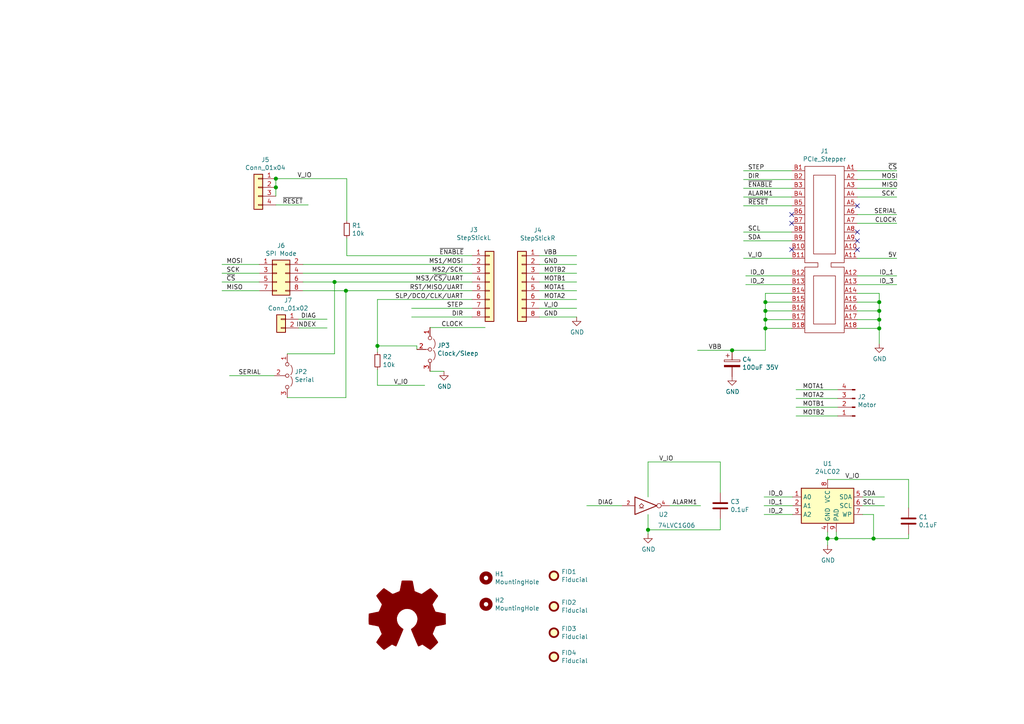
<source format=kicad_sch>
(kicad_sch (version 20201015) (generator eeschema)
  (paper "A4")
  (lib_symbols
    (symbol "24lc02:24LC02"
      (property "Reference" "U" (at -6.35 6.35 0))
      (property "Value" "24LC02" (at 1.27 6.35 0))
      (symbol "24LC02_1_1"
        (rectangle (start -7.62 5.08) (end 7.62 -5.08) (stroke (width 0.254)) (fill (type background)))
        (pin input line (at -10.16 2.54 0) (length 2.54) (name "A0") (number "1"))
        (pin input line (at -10.16 0 0) (length 2.54) (name "A1") (number "2"))
        (pin input line (at -10.16 -2.54 0) (length 2.54) (name "A2") (number "3"))
        (pin power_in line (at 0 -7.62 90) (length 2.54) (name "GND") (number "4"))
        (pin bidirectional line (at 10.16 2.54 180) (length 2.54) (name "SDA") (number "5"))
        (pin input line (at 10.16 0 180) (length 2.54) (name "SCL") (number "6"))
        (pin input line (at 10.16 -2.54 180) (length 2.54) (name "WP") (number "7"))
        (pin power_in line (at 0 7.62 270) (length 2.54) (name "VCC") (number "8"))
        (pin power_in line (at 2.54 -7.62 90) (length 2.54) (name "PAD") (number "9"))
      )
    )
    (symbol "Connector:Conn_01x04_Male" (pin_names hide)
      (property "Reference" "J" (at 0 5.08 0))
      (property "Value" "Conn_01x04_Male" (at 0 -7.62 0))
      (symbol "Conn_01x04_Male_1_1"
        (rectangle (start 0.8636 -4.953) (end 0 -5.207) (fill (type outline)))
        (rectangle (start 0.8636 -2.413) (end 0 -2.667) (fill (type outline)))
        (rectangle (start 0.8636 0.127) (end 0 -0.127) (fill (type outline)))
        (rectangle (start 0.8636 2.667) (end 0 2.413) (fill (type outline)))
        (polyline (pts (xy 1.27 -5.08) (xy 0.8636 -5.08)))
        (polyline (pts (xy 1.27 -2.54) (xy 0.8636 -2.54)))
        (polyline (pts (xy 1.27 0) (xy 0.8636 0)))
        (polyline (pts (xy 1.27 2.54) (xy 0.8636 2.54)))
        (pin passive line (at 5.08 2.54 180) (length 3.81) (name "Pin_1") (number "1"))
        (pin passive line (at 5.08 0 180) (length 3.81) (name "Pin_2") (number "2"))
        (pin passive line (at 5.08 -2.54 180) (length 3.81) (name "Pin_3") (number "3"))
        (pin passive line (at 5.08 -5.08 180) (length 3.81) (name "Pin_4") (number "4"))
      )
    )
    (symbol "Connector_Generic:Conn_01x02" (pin_names (offset 1.016) hide)
      (property "Reference" "J" (at 0 2.54 0))
      (property "Value" "Conn_01x02" (at 0 -5.08 0))
      (symbol "Conn_01x02_1_1"
        (rectangle (start -1.27 -2.413) (end 0 -2.667) (stroke (width 0.1524)))
        (rectangle (start -1.27 0.127) (end 0 -0.127) (stroke (width 0.1524)))
        (rectangle (start -1.27 1.27) (end 1.27 -3.81) (stroke (width 0.254)) (fill (type background)))
        (pin passive line (at -5.08 0 0) (length 3.81) (name "Pin_1") (number "1"))
        (pin passive line (at -5.08 -2.54 0) (length 3.81) (name "Pin_2") (number "2"))
      )
    )
    (symbol "Connector_Generic:Conn_01x04" (pin_names (offset 1.016) hide)
      (property "Reference" "J" (at 0 5.08 0))
      (property "Value" "Conn_01x04" (at 0 -7.62 0))
      (symbol "Conn_01x04_1_1"
        (rectangle (start -1.27 -4.953) (end 0 -5.207) (stroke (width 0.1524)))
        (rectangle (start -1.27 -2.413) (end 0 -2.667) (stroke (width 0.1524)))
        (rectangle (start -1.27 2.667) (end 0 2.413) (stroke (width 0.1524)))
        (rectangle (start -1.27 3.81) (end 1.27 -6.35) (stroke (width 0.254)) (fill (type background)))
        (rectangle (start -1.27 0.127) (end 0 -0.127) (stroke (width 0.1524)))
        (pin passive line (at -5.08 2.54 0) (length 3.81) (name "Pin_1") (number "1"))
        (pin passive line (at -5.08 0 0) (length 3.81) (name "Pin_2") (number "2"))
        (pin passive line (at -5.08 -2.54 0) (length 3.81) (name "Pin_3") (number "3"))
        (pin passive line (at -5.08 -5.08 0) (length 3.81) (name "Pin_4") (number "4"))
      )
    )
    (symbol "Connector_Generic:Conn_01x08" (pin_names (offset 1.016) hide)
      (property "Reference" "J" (at 0 10.16 0))
      (property "Value" "Conn_01x08" (at 0 -12.7 0))
      (symbol "Conn_01x08_1_1"
        (rectangle (start -1.27 -4.953) (end 0 -5.207) (stroke (width 0.1524)))
        (rectangle (start -1.27 -7.493) (end 0 -7.747) (stroke (width 0.1524)))
        (rectangle (start -1.27 -10.033) (end 0 -10.287) (stroke (width 0.1524)))
        (rectangle (start -1.27 -2.413) (end 0 -2.667) (stroke (width 0.1524)))
        (rectangle (start -1.27 2.667) (end 0 2.413) (stroke (width 0.1524)))
        (rectangle (start -1.27 5.207) (end 0 4.953) (stroke (width 0.1524)))
        (rectangle (start -1.27 7.747) (end 0 7.493) (stroke (width 0.1524)))
        (rectangle (start -1.27 8.89) (end 1.27 -11.43) (stroke (width 0.254)) (fill (type background)))
        (rectangle (start -1.27 0.127) (end 0 -0.127) (stroke (width 0.1524)))
        (pin passive line (at -5.08 7.62 0) (length 3.81) (name "Pin_1") (number "1"))
        (pin passive line (at -5.08 5.08 0) (length 3.81) (name "Pin_2") (number "2"))
        (pin passive line (at -5.08 2.54 0) (length 3.81) (name "Pin_3") (number "3"))
        (pin passive line (at -5.08 0 0) (length 3.81) (name "Pin_4") (number "4"))
        (pin passive line (at -5.08 -2.54 0) (length 3.81) (name "Pin_5") (number "5"))
        (pin passive line (at -5.08 -5.08 0) (length 3.81) (name "Pin_6") (number "6"))
        (pin passive line (at -5.08 -7.62 0) (length 3.81) (name "Pin_7") (number "7"))
        (pin passive line (at -5.08 -10.16 0) (length 3.81) (name "Pin_8") (number "8"))
      )
    )
    (symbol "Connector_Generic:Conn_02x04_Odd_Even" (pin_names (offset 1.016) hide)
      (property "Reference" "J" (at 1.27 5.08 0))
      (property "Value" "Conn_02x04_Odd_Even" (at 1.27 -7.62 0))
      (symbol "Conn_02x04_Odd_Even_1_1"
        (rectangle (start -1.27 -4.953) (end 0 -5.207) (stroke (width 0.1524)))
        (rectangle (start -1.27 -2.413) (end 0 -2.667) (stroke (width 0.1524)))
        (rectangle (start -1.27 2.667) (end 0 2.413) (stroke (width 0.1524)))
        (rectangle (start -1.27 3.81) (end 3.81 -6.35) (stroke (width 0.254)) (fill (type background)))
        (rectangle (start -1.27 0.127) (end 0 -0.127) (stroke (width 0.1524)))
        (rectangle (start 3.81 -4.953) (end 2.54 -5.207) (stroke (width 0.1524)))
        (rectangle (start 3.81 -2.413) (end 2.54 -2.667) (stroke (width 0.1524)))
        (rectangle (start 3.81 2.667) (end 2.54 2.413) (stroke (width 0.1524)))
        (rectangle (start 3.81 0.127) (end 2.54 -0.127) (stroke (width 0.1524)))
        (pin passive line (at -5.08 2.54 0) (length 3.81) (name "Pin_1") (number "1"))
        (pin passive line (at 7.62 2.54 180) (length 3.81) (name "Pin_2") (number "2"))
        (pin passive line (at -5.08 0 0) (length 3.81) (name "Pin_3") (number "3"))
        (pin passive line (at 7.62 0 180) (length 3.81) (name "Pin_4") (number "4"))
        (pin passive line (at -5.08 -2.54 0) (length 3.81) (name "Pin_5") (number "5"))
        (pin passive line (at 7.62 -2.54 180) (length 3.81) (name "Pin_6") (number "6"))
        (pin passive line (at -5.08 -5.08 0) (length 3.81) (name "Pin_7") (number "7"))
        (pin passive line (at 7.62 -5.08 180) (length 3.81) (name "Pin_8") (number "8"))
      )
    )
    (symbol "Device:C" (pin_numbers hide) (pin_names (offset 0.254))
      (property "Reference" "C" (at 0.635 2.54 0))
      (property "Value" "C" (at 0.635 -2.54 0))
      (symbol "C_0_1"
        (polyline (pts (xy -2.032 -0.762) (xy 2.032 -0.762)) (stroke (width 0.508)))
        (polyline (pts (xy -2.032 0.762) (xy 2.032 0.762)) (stroke (width 0.508)))
      )
      (symbol "C_1_1"
        (pin passive line (at 0 3.81 270) (length 2.794) (name "~") (number "1"))
        (pin passive line (at 0 -3.81 90) (length 2.794) (name "~") (number "2"))
      )
    )
    (symbol "Device:CP" (pin_numbers hide) (pin_names (offset 0.254))
      (property "Reference" "C" (at 0.635 2.54 0))
      (property "Value" "CP" (at 0.635 -2.54 0))
      (symbol "CP_0_1"
        (rectangle (start -2.286 0.508) (end 2.286 1.016))
        (rectangle (start 2.286 -0.508) (end -2.286 -1.016) (fill (type outline)))
        (polyline (pts (xy -1.778 2.286) (xy -0.762 2.286)))
        (polyline (pts (xy -1.27 2.794) (xy -1.27 1.778)))
      )
      (symbol "CP_1_1"
        (pin passive line (at 0 3.81 270) (length 2.794) (name "~") (number "1"))
        (pin passive line (at 0 -3.81 90) (length 2.794) (name "~") (number "2"))
      )
    )
    (symbol "Device:R_Small" (pin_numbers hide) (pin_names (offset 0.254) hide)
      (property "Reference" "R" (at 0.762 0.508 0))
      (property "Value" "R_Small" (at 0.762 -1.016 0))
      (symbol "R_Small_0_1"
        (rectangle (start -0.762 1.778) (end 0.762 -1.778) (stroke (width 0.2032)))
      )
      (symbol "R_Small_1_1"
        (pin passive line (at 0 2.54 270) (length 0.762) (name "~") (number "1"))
        (pin passive line (at 0 -2.54 90) (length 0.762) (name "~") (number "2"))
      )
    )
    (symbol "Graphic:Logo_Open_Hardware_Large"
      (symbol "Logo_Open_Hardware_Large_1_1"
        (polyline (pts (xy 6.731 -8.7122) (xy 6.6294 -8.6614) (xy 6.35 -8.4836) (xy 5.9944 -8.255) (xy 5.5372 -7.9502) (xy 5.1054 -7.6454) (xy 4.7498 -7.4168) (xy 4.4958 -7.239) (xy 4.3942 -7.1882) (xy 4.318 -7.2136) (xy 4.1148 -7.3152) (xy 3.81 -7.4676) (xy 3.6322 -7.5692) (xy 3.3528 -7.6708) (xy 3.2258 -7.6962) (xy 3.2004 -7.6708) (xy 3.0988 -7.4676) (xy 2.9464 -7.0866) (xy 2.7178 -6.604) (xy 2.4892 -6.0452) (xy 2.2352 -5.4356) (xy 1.9558 -4.826) (xy 1.7272 -4.2164) (xy 1.4986 -3.683) (xy 1.3208 -3.2512) (xy 1.2192 -2.9464) (xy 1.1684 -2.8194) (xy 1.1938 -2.794) (xy 1.3208 -2.667) (xy 1.5748 -2.4892) (xy 2.0828 -2.0574) (xy 2.6162 -1.397) (xy 2.921 -0.6604) (xy 3.048 0.1524) (xy 2.9464 0.9144) (xy 2.6416 1.6256) (xy 2.1336 2.286) (xy 1.524 2.7686) (xy 0.8128 3.0734) (xy 0 3.175) (xy -0.762 3.0988) (xy -1.4986 2.794) (xy -2.159 2.286) (xy -2.4384 1.9812) (xy -2.8194 1.3208) (xy -3.048 0.6096) (xy -3.0734 0.4318) (xy -3.0226 -0.3556) (xy -2.794 -1.0922) (xy -2.3876 -1.7526) (xy -1.8288 -2.3114) (xy -1.7526 -2.3622) (xy -1.4732 -2.5654) (xy -1.2954 -2.6924) (xy -1.1684 -2.8194) (xy -2.159 -5.207) (xy -2.3114 -5.588) (xy -2.5908 -6.2484) (xy -2.8194 -6.8072) (xy -3.0226 -7.2644) (xy -3.1496 -7.5692) (xy -3.2258 -7.6708) (xy -3.2258 -7.6962) (xy -3.302 -7.6962) (xy -3.4798 -7.6454) (xy -3.8354 -7.4676) (xy -4.0386 -7.366) (xy -4.2926 -7.239) (xy -4.4196 -7.1882) (xy -4.5212 -7.239) (xy -4.7498 -7.3914) (xy -5.1054 -7.6454) (xy -5.5372 -7.9248) (xy -5.9436 -8.2042) (xy -6.3246 -8.4582) (xy -6.604 -8.636) (xy -6.731 -8.7122) (xy -6.7564 -8.7122) (xy -6.858 -8.636) (xy -7.0866 -8.4582) (xy -7.4168 -8.1534) (xy -7.874 -7.6962) (xy -7.9502 -7.62) (xy -8.3312 -7.239) (xy -8.636 -6.9088) (xy -8.8392 -6.6802) (xy -8.9154 -6.5786) (xy -8.9154 -6.5786) (xy -8.8392 -6.4516) (xy -8.6614 -6.1722) (xy -8.4328 -5.7912) (xy -8.128 -5.3594) (xy -7.3152 -4.191) (xy -7.7724 -3.0988) (xy -7.8994 -2.7686) (xy -8.0772 -2.3622) (xy -8.2042 -2.0828) (xy -8.255 -1.9558) (xy -8.382 -1.905) (xy -8.6614 -1.8542) (xy -9.0932 -1.7526) (xy -9.6266 -1.651) (xy -10.1092 -1.5748) (xy -10.541 -1.4732) (xy -10.8712 -1.4224) (xy -11.0236 -1.397) (xy -11.049 -1.3716) (xy -11.0744 -1.2954) (xy -11.0998 -1.143) (xy -11.0998 -0.889) (xy -11.1252 -0.4572) (xy -11.1252 0.1524) (xy -11.1252 0.2286) (xy -11.0998 0.8128) (xy -11.0998 1.27) (xy -11.0744 1.5494) (xy -11.0744 1.6764) (xy -11.0744 1.6764) (xy -10.922 1.7018) (xy -10.6172 1.778) (xy -10.16 1.8542) (xy -9.652 1.9558) (xy -9.6012 1.9812) (xy -9.0932 2.0828) (xy -8.636 2.159) (xy -8.3312 2.2352) (xy -8.2042 2.286) (xy -8.1788 2.3114) (xy -8.0772 2.5146) (xy -7.9248 2.8448) (xy -7.747 3.2512) (xy -7.5692 3.6576) (xy -7.4168 4.0386) (xy -7.3152 4.318) (xy -7.2898 4.445) (xy -7.2898 4.445) (xy -7.366 4.572) (xy -7.5438 4.826) (xy -7.7978 5.207) (xy -8.128 5.6642) (xy -8.128 5.6896) (xy -8.4328 6.1468) (xy -8.6868 6.5278) (xy -8.8392 6.7818) (xy -8.9154 6.9088) (xy -8.9154 6.9088) (xy -8.8138 7.0358) (xy -8.5852 7.2898) (xy -8.255 7.6454) (xy -7.874 8.0264) (xy -7.747 8.1534) (xy -7.3152 8.5852) (xy -7.0104 8.8646) (xy -6.8326 8.9916) (xy -6.731 9.0424) (xy -6.731 9.0424) (xy -6.604 8.9408) (xy -6.3246 8.763) (xy -5.9436 8.509) (xy -5.4864 8.2042) (xy -5.461 8.1788) (xy -5.0038 7.874) (xy -4.6482 7.62) (xy -4.3688 7.4422) (xy -4.2672 7.3914) (xy -4.2418 7.3914) (xy -4.064 7.4422) (xy -3.7338 7.5438) (xy -3.3528 7.6962) (xy -2.9464 7.874) (xy -2.5654 8.0264) (xy -2.286 8.1534) (xy -2.159 8.2296) (xy -2.159 8.2296) (xy -2.1082 8.382) (xy -2.032 8.7122) (xy -1.9304 9.1694) (xy -1.8288 9.7282) (xy -1.8034 9.8044) (xy -1.7018 10.3378) (xy -1.6256 10.7696) (xy -1.5748 11.0744) (xy -1.524 11.2014) (xy -1.4478 11.2268) (xy -1.1938 11.2522) (xy -0.8128 11.2522) (xy -0.3302 11.2522) (xy 0.1524 11.2522) (xy 0.6604 11.2522) (xy 1.0668 11.2268) (xy 1.3716 11.2014) (xy 1.4986 11.176) (xy 1.4986 11.176) (xy 1.5494 11.0236) (xy 1.6256 10.6934) (xy 1.7018 10.2108) (xy 1.8288 9.6774) (xy 1.8288 9.5758) (xy 1.9304 9.0424) (xy 2.032 8.6106) (xy 2.0828 8.3058) (xy 2.1336 8.2042) (xy 2.159 8.1788) (xy 2.3876 8.0772) (xy 2.7432 7.9248) (xy 3.175 7.747) (xy 4.191 7.3406) (xy 5.461 8.2042) (xy 5.5626 8.2804) (xy 6.0198 8.5852) (xy 6.3754 8.8392) (xy 6.6294 8.9916) (xy 6.7564 9.0424) (xy 6.7564 9.0424) (xy 6.8834 8.9408) (xy 7.1374 8.7122) (xy 7.4676 8.382) (xy 7.8486 7.9756) (xy 8.1534 7.6962) (xy 8.4836 7.3406) (xy 8.7122 7.112) (xy 8.8392 6.9596) (xy 8.8646 6.858) (xy 8.8646 6.8072) (xy 8.7884 6.6802) (xy 8.6106 6.4008) (xy 8.3312 6.0198) (xy 8.0264 5.588) (xy 7.7978 5.207) (xy 7.5184 4.8006) (xy 7.3406 4.4958) (xy 7.2898 4.3434) (xy 7.2898 4.2926) (xy 7.3914 4.0386) (xy 7.5184 3.683) (xy 7.7216 3.2258) (xy 8.1534 2.2352) (xy 8.7884 2.1082) (xy 9.1948 2.0574) (xy 9.7536 1.9304) (xy 10.2616 1.8288) (xy 11.0998 1.6764) (xy 11.1252 -1.3208) (xy 10.9982 -1.3716) (xy 10.8712 -1.397) (xy 10.5664 -1.4732) (xy 10.1346 -1.5494) (xy 9.6266 -1.651) (xy 9.1948 -1.7272) (xy 8.7376 -1.8288) (xy 8.4328 -1.8796) (xy 8.2804 -1.905) (xy 8.255 -1.9558) (xy 8.1534 -2.159) (xy 7.9756 -2.5146) (xy 7.8232 -2.921) (xy 7.6454 -3.3274) (xy 7.493 -3.7338) (xy 7.366 -4.0132) (xy 7.3406 -4.191) (xy 7.3914 -4.2926) (xy 7.5692 -4.5466) (xy 7.7978 -4.9276) (xy 8.1026 -5.3594) (xy 8.4074 -5.7912) (xy 8.6614 -6.1722) (xy 8.8138 -6.4262) (xy 8.89 -6.5532) (xy 8.8646 -6.6548) (xy 8.6868 -6.858) (xy 8.3566 -7.1882) (xy 7.874 -7.6708) (xy 7.7978 -7.747) (xy 7.3914 -8.128) (xy 7.0612 -8.4328) (xy 6.8326 -8.636) (xy 6.731 -8.7122)) (fill (type outline)))
      )
    )
    (symbol "Jumper:Jumper_3_Open" (pin_names (offset 0) hide)
      (property "Reference" "JP" (at -2.54 -2.54 0))
      (property "Value" "Jumper_3_Open" (at 0 2.794 0))
      (symbol "Jumper_3_Open_0_0"
        (circle (center -3.302 0) (radius 0.508))
        (circle (center 0 0) (radius 0.508))
        (circle (center 3.302 0) (radius 0.508))
      )
      (symbol "Jumper_3_Open_0_1"
        (arc (start -3.048 1.016) (end -0.254 1.016) (radius (at -1.651 -0.762) (length 2.2606) (angles 128.2 51.8)))
        (arc (start 0.254 1.016) (end 3.048 1.016) (radius (at 1.651 -0.762) (length 2.2606) (angles 128.2 51.8)))
        (polyline (pts (xy 0 -0.508) (xy 0 -1.27)))
      )
      (symbol "Jumper_3_Open_1_1"
        (pin passive line (at -6.35 0 0) (length 2.54) (name "A") (number "1"))
        (pin input line (at 0 -3.81 90) (length 2.54) (name "C") (number "2"))
        (pin passive line (at 6.35 0 180) (length 2.54) (name "B") (number "3"))
      )
    )
    (symbol "Logic_74xgxx:74LVC1G06"
      (property "Reference" "U" (at -2.54 3.81 0))
      (property "Value" "74LVC1G06" (at 0 -3.81 0))
      (symbol "74LVC1G06_0_1"
        (polyline (pts (xy -2.54 -0.635) (xy -1.27 -0.635)))
        (polyline (pts (xy -3.81 2.54) (xy -3.81 -2.54) (xy 2.54 0) (xy -3.81 2.54)) (stroke (width 0.254)))
        (polyline (pts (xy -1.905 0.635) (xy -2.54 0) (xy -1.905 -0.635) (xy -1.27 0) (xy -1.905 0.635)))
      )
      (symbol "74LVC1G06_1_1"
        (pin input line (at -7.62 0 0) (length 3.81) (name "~") (number "2"))
        (pin power_in line (at 0 -2.54 270) (length 0) hide (name "GND") (number "3"))
        (pin open_collector inverted (at 6.35 0 180) (length 3.81) (name "~") (number "4"))
        (pin power_in line (at 0 2.54 90) (length 0) hide (name "VCC") (number "5"))
      )
    )
    (symbol "Mechanical:Fiducial"
      (property "Reference" "FID" (at 0 5.08 0))
      (property "Value" "Fiducial" (at 0 3.175 0))
      (symbol "Fiducial_0_1"
        (circle (center 0 0) (radius 1.27) (stroke (width 0.508)) (fill (type background)))
      )
    )
    (symbol "Mechanical:MountingHole"
      (property "Reference" "H" (at 0 5.08 0))
      (property "Value" "MountingHole" (at 0 3.175 0))
      (symbol "MountingHole_0_1"
        (circle (center 0 0) (radius 1.27) (stroke (width 1.27)))
      )
    )
    (symbol "power:GND" (power) (pin_names (offset 0))
      (property "Value" "GND" (at 0 -3.81 0))
      (symbol "GND_0_1"
        (polyline (pts (xy 0 0) (xy 0 -1.27) (xy 1.27 -1.27) (xy 0 -2.54) (xy -1.27 -1.27) (xy 0 -1.27)))
      )
      (symbol "GND_1_1"
        (pin power_in line (at 0 0 270) (length 0) hide (name "GND") (number "1"))
      )
    )
    (symbol "stp_conn_v2:PCIe_Stepper"
      (property "Reference" "J" (at 0 12.7 0))
      (property "Value" "PCIe_Stepper" (at 1.27 29.21 0))
      (symbol "PCIe_Stepper_0_1"
        (rectangle (start -2.54 -3.81) (end 3.81 -17.78))
        (rectangle (start -2.54 25.4) (end 3.81 2.54))
        (polyline (pts (xy -5.08 27.94) (xy 6.35 27.94) (xy 6.35 0) (xy 2.54 0) (xy 2.54 -1.27) (xy 6.35 -1.27) (xy 6.35 -20.32) (xy -5.08 -20.32) (xy -5.08 -1.27) (xy -1.27 -1.27) (xy -1.27 0) (xy -5.08 0) (xy -5.08 27.94)))
      )
      (symbol "PCIe_Stepper_1_1"
        (pin unspecified line (at 10.16 26.67 180) (length 3.81) (name "~") (number "A1"))
        (pin unspecified line (at 10.16 3.81 180) (length 3.81) (name "~") (number "A10"))
        (pin unspecified line (at 10.16 1.27 180) (length 3.81) (name "~") (number "A11"))
        (pin unspecified line (at 10.16 -3.81 180) (length 3.81) (name "~") (number "A12"))
        (pin unspecified line (at 10.16 -6.35 180) (length 3.81) (name "~") (number "A13"))
        (pin unspecified line (at 10.16 -8.89 180) (length 3.81) (name "~") (number "A14"))
        (pin unspecified line (at 10.16 -11.43 180) (length 3.81) (name "~") (number "A15"))
        (pin unspecified line (at 10.16 -13.97 180) (length 3.81) (name "~") (number "A16"))
        (pin unspecified line (at 10.16 -16.51 180) (length 3.81) (name "~") (number "A17"))
        (pin unspecified line (at 10.16 -19.05 180) (length 3.81) (name "~") (number "A18"))
        (pin unspecified line (at 10.16 24.13 180) (length 3.81) (name "~") (number "A2"))
        (pin unspecified line (at 10.16 21.59 180) (length 3.81) (name "~") (number "A3"))
        (pin unspecified line (at 10.16 19.05 180) (length 3.81) (name "~") (number "A4"))
        (pin unspecified line (at 10.16 16.51 180) (length 3.81) (name "~") (number "A5"))
        (pin unspecified line (at 10.16 13.97 180) (length 3.81) (name "~") (number "A6"))
        (pin unspecified line (at 10.16 11.43 180) (length 3.81) (name "~") (number "A7"))
        (pin unspecified line (at 10.16 8.89 180) (length 3.81) (name "~") (number "A8"))
        (pin unspecified line (at 10.16 6.35 180) (length 3.81) (name "~") (number "A9"))
        (pin unspecified line (at -8.89 26.67 0) (length 3.81) (name "~") (number "B1"))
        (pin unspecified line (at -8.89 3.81 0) (length 3.81) (name "~") (number "B10"))
        (pin unspecified line (at -8.89 1.27 0) (length 3.81) (name "~") (number "B11"))
        (pin unspecified line (at -8.89 -3.81 0) (length 3.81) (name "~") (number "B12"))
        (pin unspecified line (at -8.89 -6.35 0) (length 3.81) (name "~") (number "B13"))
        (pin unspecified line (at -8.89 -8.89 0) (length 3.81) (name "~") (number "B14"))
        (pin unspecified line (at -8.89 -11.43 0) (length 3.81) (name "~") (number "B15"))
        (pin unspecified line (at -8.89 -13.97 0) (length 3.81) (name "~") (number "B16"))
        (pin unspecified line (at -8.89 -16.51 0) (length 3.81) (name "~") (number "B17"))
        (pin unspecified line (at -8.89 -19.05 0) (length 3.81) (name "~") (number "B18"))
        (pin unspecified line (at -8.89 24.13 0) (length 3.81) (name "~") (number "B2"))
        (pin unspecified line (at -8.89 21.59 0) (length 3.81) (name "~") (number "B3"))
        (pin unspecified line (at -8.89 19.05 0) (length 3.81) (name "~") (number "B4"))
        (pin unspecified line (at -8.89 16.51 0) (length 3.81) (name "~") (number "B5"))
        (pin unspecified line (at -8.89 13.97 0) (length 3.81) (name "~") (number "B6"))
        (pin unspecified line (at -8.89 11.43 0) (length 3.81) (name "~") (number "B7"))
        (pin unspecified line (at -8.89 8.89 0) (length 3.81) (name "~") (number "B8"))
        (pin unspecified line (at -8.89 6.35 0) (length 3.81) (name "~") (number "B9"))
      )
    )
  )
  (junction (at 80.01 51.816) (diameter 1.016))
  (junction (at 80.01 54.356) (diameter 1.016))
  (junction (at 97.028 81.788) (diameter 1.016))
  (junction (at 100.33 84.328) (diameter 1.016))
  (junction (at 109.474 100.33) (diameter 1.016))
  (junction (at 187.96 153.67) (diameter 1.016))
  (junction (at 212.344 101.6) (diameter 1.016))
  (junction (at 221.996 87.63) (diameter 1.016))
  (junction (at 221.996 90.17) (diameter 1.016))
  (junction (at 221.996 92.71) (diameter 1.016))
  (junction (at 221.996 95.25) (diameter 1.016))
  (junction (at 240.03 156.21) (diameter 1.016))
  (junction (at 242.57 156.21) (diameter 1.016))
  (junction (at 253.365 156.21) (diameter 1.016))
  (junction (at 255.016 87.63) (diameter 1.016))
  (junction (at 255.016 90.17) (diameter 1.016))
  (junction (at 255.016 92.71) (diameter 1.016))
  (junction (at 255.016 95.25) (diameter 1.016))
  (no_connect (at 229.616 62.23))
  (no_connect (at 229.616 64.77))
  (no_connect (at 229.616 72.39))
  (no_connect (at 248.666 59.69))
  (no_connect (at 248.666 67.31))
  (no_connect (at 248.666 69.85))
  (no_connect (at 248.666 72.39))
  (wire (pts (xy 64.389 76.708) (xy 75.184 76.708)))
  (wire (pts (xy 64.389 79.248) (xy 75.184 79.248)))
  (wire (pts (xy 64.389 81.788) (xy 75.184 81.788)))
  (wire (pts (xy 64.389 84.328) (xy 75.184 84.328)))
  (wire (pts (xy 66.548 108.966) (xy 79.502 108.966)))
  (wire (pts (xy 80.01 51.816) (xy 80.01 54.356)))
  (wire (pts (xy 80.01 54.356) (xy 80.01 56.896)))
  (wire (pts (xy 80.01 59.436) (xy 89.408 59.436)))
  (wire (pts (xy 83.312 102.616) (xy 97.028 102.616)))
  (wire (pts (xy 83.312 115.316) (xy 100.33 115.316)))
  (wire (pts (xy 86.614 92.583) (xy 94.869 92.583)))
  (wire (pts (xy 86.614 95.123) (xy 94.869 95.123)))
  (wire (pts (xy 87.884 76.708) (xy 136.906 76.708)))
  (wire (pts (xy 87.884 79.248) (xy 136.906 79.248)))
  (wire (pts (xy 87.884 81.788) (xy 97.028 81.788)))
  (wire (pts (xy 87.884 84.328) (xy 100.33 84.328)))
  (wire (pts (xy 97.028 81.788) (xy 97.028 102.616)))
  (wire (pts (xy 97.028 81.788) (xy 136.906 81.788)))
  (wire (pts (xy 100.33 84.328) (xy 136.906 84.328)))
  (wire (pts (xy 100.33 115.316) (xy 100.33 84.328)))
  (wire (pts (xy 100.584 51.816) (xy 80.01 51.816)))
  (wire (pts (xy 100.584 64.008) (xy 100.584 51.816)))
  (wire (pts (xy 100.584 74.168) (xy 100.584 69.088)))
  (wire (pts (xy 109.474 86.868) (xy 109.474 100.33)))
  (wire (pts (xy 109.474 86.868) (xy 136.906 86.868)))
  (wire (pts (xy 109.474 100.33) (xy 109.474 102.108)))
  (wire (pts (xy 109.474 100.33) (xy 120.904 100.33)))
  (wire (pts (xy 109.474 107.188) (xy 109.474 111.76)))
  (wire (pts (xy 109.474 111.76) (xy 123.19 111.76)))
  (wire (pts (xy 119.38 89.408) (xy 136.906 89.408)))
  (wire (pts (xy 119.38 91.948) (xy 136.906 91.948)))
  (wire (pts (xy 120.904 100.33) (xy 120.904 101.346)))
  (wire (pts (xy 124.714 94.996) (xy 140.716 94.996)))
  (wire (pts (xy 124.714 107.696) (xy 128.778 107.696)))
  (wire (pts (xy 136.906 74.168) (xy 100.584 74.168)))
  (wire (pts (xy 156.464 74.168) (xy 167.259 74.168)))
  (wire (pts (xy 156.464 76.708) (xy 167.259 76.708)))
  (wire (pts (xy 156.464 79.248) (xy 167.259 79.248)))
  (wire (pts (xy 156.464 81.788) (xy 167.259 81.788)))
  (wire (pts (xy 156.464 84.328) (xy 167.259 84.328)))
  (wire (pts (xy 156.464 86.868) (xy 167.259 86.868)))
  (wire (pts (xy 156.464 89.408) (xy 167.259 89.408)))
  (wire (pts (xy 156.464 91.948) (xy 167.259 91.948)))
  (wire (pts (xy 170.18 146.685) (xy 180.34 146.685)))
  (wire (pts (xy 187.96 133.985) (xy 187.96 144.145)))
  (wire (pts (xy 187.96 133.985) (xy 208.915 133.985)))
  (wire (pts (xy 187.96 149.225) (xy 187.96 153.67)))
  (wire (pts (xy 187.96 153.67) (xy 187.96 154.94)))
  (wire (pts (xy 194.31 146.685) (xy 203.2 146.685)))
  (wire (pts (xy 208.915 142.875) (xy 208.915 133.985)))
  (wire (pts (xy 208.915 150.495) (xy 208.915 153.67)))
  (wire (pts (xy 208.915 153.67) (xy 187.96 153.67)))
  (wire (pts (xy 212.344 101.6) (xy 202.311 101.6)))
  (wire (pts (xy 221.996 85.09) (xy 221.996 87.63)))
  (wire (pts (xy 221.996 87.63) (xy 221.996 90.17)))
  (wire (pts (xy 221.996 90.17) (xy 221.996 92.71)))
  (wire (pts (xy 221.996 92.71) (xy 221.996 95.25)))
  (wire (pts (xy 221.996 95.25) (xy 221.996 101.6)))
  (wire (pts (xy 221.996 101.6) (xy 212.344 101.6)))
  (wire (pts (xy 229.616 49.53) (xy 215.646 49.53)))
  (wire (pts (xy 229.616 52.07) (xy 215.646 52.07)))
  (wire (pts (xy 229.616 54.61) (xy 215.646 54.61)))
  (wire (pts (xy 229.616 57.15) (xy 215.646 57.15)))
  (wire (pts (xy 229.616 59.69) (xy 215.646 59.69)))
  (wire (pts (xy 229.616 67.31) (xy 215.646 67.31)))
  (wire (pts (xy 229.616 69.85) (xy 215.646 69.85)))
  (wire (pts (xy 229.616 74.93) (xy 215.646 74.93)))
  (wire (pts (xy 229.616 80.01) (xy 216.281 80.01)))
  (wire (pts (xy 229.616 82.55) (xy 216.281 82.55)))
  (wire (pts (xy 229.616 85.09) (xy 221.996 85.09)))
  (wire (pts (xy 229.616 87.63) (xy 221.996 87.63)))
  (wire (pts (xy 229.616 90.17) (xy 221.996 90.17)))
  (wire (pts (xy 229.616 92.71) (xy 221.996 92.71)))
  (wire (pts (xy 229.616 95.25) (xy 221.996 95.25)))
  (wire (pts (xy 229.87 144.145) (xy 221.615 144.145)))
  (wire (pts (xy 229.87 146.685) (xy 221.615 146.685)))
  (wire (pts (xy 229.87 149.225) (xy 221.615 149.225)))
  (wire (pts (xy 240.03 156.21) (xy 240.03 154.305)))
  (wire (pts (xy 240.03 158.115) (xy 240.03 156.21)))
  (wire (pts (xy 242.57 154.305) (xy 242.57 156.21)))
  (wire (pts (xy 242.57 156.21) (xy 240.03 156.21)))
  (wire (pts (xy 242.951 113.03) (xy 230.886 113.03)))
  (wire (pts (xy 242.951 115.57) (xy 230.886 115.57)))
  (wire (pts (xy 242.951 118.11) (xy 230.886 118.11)))
  (wire (pts (xy 242.951 120.65) (xy 230.886 120.65)))
  (wire (pts (xy 248.666 49.53) (xy 260.096 49.53)))
  (wire (pts (xy 248.666 52.07) (xy 260.096 52.07)))
  (wire (pts (xy 248.666 54.61) (xy 260.096 54.61)))
  (wire (pts (xy 248.666 57.15) (xy 260.096 57.15)))
  (wire (pts (xy 248.666 62.23) (xy 260.096 62.23)))
  (wire (pts (xy 248.666 64.77) (xy 260.096 64.77)))
  (wire (pts (xy 248.666 74.93) (xy 260.096 74.93)))
  (wire (pts (xy 248.666 80.01) (xy 260.096 80.01)))
  (wire (pts (xy 248.666 82.55) (xy 260.096 82.55)))
  (wire (pts (xy 248.666 85.09) (xy 255.016 85.09)))
  (wire (pts (xy 248.666 87.63) (xy 255.016 87.63)))
  (wire (pts (xy 248.666 90.17) (xy 255.016 90.17)))
  (wire (pts (xy 248.666 92.71) (xy 255.016 92.71)))
  (wire (pts (xy 248.666 95.25) (xy 255.016 95.25)))
  (wire (pts (xy 250.19 144.145) (xy 256.54 144.145)))
  (wire (pts (xy 250.19 146.685) (xy 256.54 146.685)))
  (wire (pts (xy 250.19 149.225) (xy 253.365 149.225)))
  (wire (pts (xy 253.365 149.225) (xy 253.365 156.21)))
  (wire (pts (xy 253.365 156.21) (xy 242.57 156.21)))
  (wire (pts (xy 255.016 85.09) (xy 255.016 87.63)))
  (wire (pts (xy 255.016 87.63) (xy 255.016 90.17)))
  (wire (pts (xy 255.016 90.17) (xy 255.016 92.71)))
  (wire (pts (xy 255.016 92.71) (xy 255.016 95.25)))
  (wire (pts (xy 255.016 95.25) (xy 255.016 99.695)))
  (wire (pts (xy 263.525 139.065) (xy 240.03 139.065)))
  (wire (pts (xy 263.525 139.065) (xy 263.525 147.32)))
  (wire (pts (xy 263.525 154.94) (xy 263.525 156.21)))
  (wire (pts (xy 263.525 156.21) (xy 253.365 156.21)))
  (label "MOSI" (at 65.659 76.708 0))
  (label "SCK" (at 65.659 79.248 0))
  (label "MISO" (at 65.659 84.328 0))
  (label "~CS" (at 68.326 81.788 180))
  (label "SERIAL" (at 75.692 108.966 180))
  (label "~RESET" (at 87.884 59.436 180))
  (label "V_IO" (at 90.424 51.816 180))
  (label "DIAG" (at 91.694 92.583 180))
  (label "INDEX" (at 91.694 95.123 180))
  (label "V_IO" (at 118.364 111.76 180))
  (label "MS1{slash}MOSI" (at 134.366 76.708 180))
  (label "MS2{slash}SCK" (at 134.366 79.248 180))
  (label "MS3{slash}~CS{slash}UART" (at 134.366 81.788 180))
  (label "RST{slash}MISO{slash}UART" (at 134.366 84.328 180))
  (label "SLP{slash}DCO{slash}CLK{slash}UART" (at 134.366 86.868 180))
  (label "STEP" (at 134.366 89.408 180))
  (label "DIR" (at 134.366 91.948 180))
  (label "CLOCK" (at 134.366 94.996 180))
  (label "~ENABLE" (at 134.62 74.168 180))
  (label "VBB" (at 157.734 74.168 0))
  (label "GND" (at 157.734 76.708 0))
  (label "MOTB2" (at 157.734 79.248 0))
  (label "MOTB1" (at 157.734 81.788 0))
  (label "MOTA1" (at 157.734 84.328 0))
  (label "MOTA2" (at 157.734 86.868 0))
  (label "V_IO" (at 157.734 89.408 0))
  (label "GND" (at 157.734 91.948 0))
  (label "DIAG" (at 173.355 146.685 0))
  (label "V_IO" (at 191.135 133.985 0))
  (label "ALARM1" (at 194.945 146.685 0))
  (label "VBB" (at 205.486 101.6 0))
  (label "STEP" (at 216.916 49.53 0))
  (label "DIR" (at 216.916 52.07 0))
  (label "~ENABLE" (at 216.916 54.61 0))
  (label "ALARM1" (at 216.916 57.15 0))
  (label "~RESET" (at 216.916 59.69 0))
  (label "SCL" (at 216.916 67.31 0))
  (label "SDA" (at 216.916 69.85 0))
  (label "V_IO" (at 216.916 74.93 0))
  (label "ID_0" (at 217.551 80.01 0))
  (label "ID_2" (at 217.551 82.55 0))
  (label "ID_0" (at 222.885 144.145 0))
  (label "ID_1" (at 222.885 146.685 0))
  (label "ID_2" (at 222.885 149.225 0))
  (label "MOTA1" (at 232.791 113.03 0))
  (label "MOTA2" (at 232.791 115.57 0))
  (label "MOTB1" (at 232.791 118.11 0))
  (label "MOTB2" (at 232.791 120.65 0))
  (label "V_IO" (at 245.11 139.065 0))
  (label "SDA" (at 250.19 144.145 0))
  (label "SCL" (at 250.19 146.685 0))
  (label "SERIAL" (at 253.492 62.23 0))
  (label "CLOCK" (at 253.746 64.77 0))
  (label "ID_1" (at 255.016 80.01 0))
  (label "ID_3" (at 255.016 82.55 0))
  (label "MOSI" (at 255.651 52.07 0))
  (label "MISO" (at 255.651 54.61 0))
  (label "SCK" (at 255.651 57.15 0))
  (label "~CS" (at 257.556 49.53 0))
  (label "5V" (at 257.556 74.93 0))
  (symbol (lib_id "power:GND") (at 128.778 107.696 0) (unit 1)
    (property "Reference" "#PWR02" (effects hide))
    (property "Value" "GND" (at 128.905 112.0902 0))
  )
  (symbol (lib_id "power:GND") (at 167.259 91.948 0) (unit 1)
    (property "Reference" "#PWR01" (effects hide))
    (property "Value" "GND" (at 167.386 96.3422 0))
  )
  (symbol (lib_id "power:GND") (at 187.96 154.94 0) (unit 1)
    (property "Reference" "#PWR09" (effects hide))
    (property "Value" "GND" (at 188.087 159.3342 0))
  )
  (symbol (lib_id "power:GND") (at 212.344 109.22 0) (unit 1)
    (property "Reference" "#PWR04" (effects hide))
    (property "Value" "GND" (at 212.471 113.6142 0))
  )
  (symbol (lib_id "power:GND") (at 240.03 158.115 0) (unit 1)
    (property "Reference" "#PWR03" (effects hide))
    (property "Value" "GND" (at 240.157 162.5092 0))
  )
  (symbol (lib_id "power:GND") (at 255.016 99.695 0) (unit 1)
    (property "Reference" "#PWR08" (effects hide))
    (property "Value" "GND" (at 255.143 104.0892 0))
  )
  (symbol (lib_id "Mechanical:Fiducial") (at 160.655 167.005 0) (unit 1) (in_bom no)
    (property "Reference" "FID1" (at 162.814 165.8366 0) (effects (justify left)))
    (property "Value" "Fiducial" (at 162.814 168.148 0) (effects (justify left)))
    (property "Footprint" "PrntrBoardV2:Fiducial_1mm_Dia_2.54mm_Outer_CopperTop" (effects hide))
  )
  (symbol (lib_id "Mechanical:Fiducial") (at 160.655 175.895 0) (unit 1) (in_bom no)
    (property "Reference" "FID2" (at 162.814 174.7266 0) (effects (justify left)))
    (property "Value" "Fiducial" (at 162.814 177.038 0) (effects (justify left)))
    (property "Footprint" "PrntrBoardV2:Fiducial_1mm_Dia_2.54mm_Outer_CopperTop" (effects hide))
  )
  (symbol (lib_id "Mechanical:Fiducial") (at 160.655 183.515 0) (unit 1) (in_bom no)
    (property "Reference" "FID3" (at 162.814 182.3466 0) (effects (justify left)))
    (property "Value" "Fiducial" (at 162.814 184.658 0) (effects (justify left)))
    (property "Footprint" "PrntrBoardV2:Fiducial_1mm_Dia_2.54mm_Outer_CopperTop" (effects hide))
  )
  (symbol (lib_id "Mechanical:Fiducial") (at 160.655 190.5 0) (unit 1) (in_bom no)
    (property "Reference" "FID4" (at 162.814 189.3316 0) (effects (justify left)))
    (property "Value" "Fiducial" (at 162.814 191.643 0) (effects (justify left)))
    (property "Footprint" "PrntrBoardV2:Fiducial_1mm_Dia_2.54mm_Outer_CopperTop" (effects hide))
  )
  (symbol (lib_id "Device:R_Small") (at 100.584 66.548 0) (unit 1)
    (property "Reference" "R1" (at 102.0827 65.3986 0) (effects (justify left)))
    (property "Value" "10k" (at 102.0827 67.6973 0) (effects (justify left)))
    (property "Footprint" "Resistor_SMD:R_0603_1608Metric" (effects hide))
    (property "Datasheet" "https://datasheet.lcsc.com/szlcsc/Uniroyal-Elec-4D03WGJ0103T5E_C29718.pdf" (effects hide))
    (property "Part #" "4D03WGJ0103T5E" (effects hide))
    (property "LCSC Part #" "C29718" (effects hide))
  )
  (symbol (lib_id "Device:R_Small") (at 109.474 104.648 0) (unit 1)
    (property "Reference" "R2" (at 110.973 103.499 0) (effects (justify left)))
    (property "Value" "10k" (at 110.9727 105.7973 0) (effects (justify left)))
    (property "Footprint" "Resistor_SMD:R_0603_1608Metric" (effects hide))
    (property "Datasheet" "https://datasheet.lcsc.com/szlcsc/Uniroyal-Elec-4D03WGJ0103T5E_C29718.pdf" (effects hide))
    (property "Part #" "4D03WGJ0103T5E" (effects hide))
    (property "LCSC Part #" "C29718" (effects hide))
  )
  (symbol (lib_id "Mechanical:MountingHole") (at 140.97 167.64 0) (unit 1) (in_bom no)
    (property "Reference" "H1" (at 143.51 166.4716 0) (effects (justify left)))
    (property "Value" "MountingHole" (at 143.51 168.783 0) (effects (justify left)))
    (property "Footprint" "MountingHole:MountingHole_2.7mm_M2.5" (effects hide))
  )
  (symbol (lib_id "Mechanical:MountingHole") (at 140.97 175.26 0) (unit 1) (in_bom no)
    (property "Reference" "H2" (at 143.51 174.0916 0) (effects (justify left)))
    (property "Value" "MountingHole" (at 143.51 176.403 0) (effects (justify left)))
    (property "Footprint" "MountingHole:MountingHole_2.7mm_M2.5" (effects hide))
  )
  (symbol (lib_id "Connector_Generic:Conn_01x02") (at 81.534 92.583 0) (mirror y) (unit 1)
    (property "Reference" "J7" (at 83.566 87.1028 0))
    (property "Value" "Conn_01x02" (at 83.566 89.4015 0))
    (property "Footprint" "Connector_PinSocket_2.54mm:PinSocket_1x02_P2.54mm_Vertical" (effects hide))
  )
  (symbol (lib_id "Device:C") (at 208.915 146.685 0) (unit 1)
    (property "Reference" "C3" (at 211.836 145.5166 0) (effects (justify left)))
    (property "Value" "0.1uF" (at 211.836 147.828 0) (effects (justify left)))
    (property "Footprint" "PrntrBoardV2:C_0603_1608Metric" (effects hide))
    (property "Part #" "CC0603KRX7R9BB104" (effects hide))
    (property "LCSC Part #" "C14663" (effects hide))
  )
  (symbol (lib_id "Device:CP") (at 212.344 105.41 0) (unit 1)
    (property "Reference" "C4" (at 215.265 104.261 0) (effects (justify left)))
    (property "Value" "100uF 35V" (at 215.265 106.559 0) (effects (justify left)))
    (property "Footprint" "Capacitor_SMD:CP_Elec_6.3x7.7" (effects hide))
    (property "Part #" "VES101M1VTR-0607" (effects hide))
    (property "LCSC Part #" "C134792" (effects hide))
  )
  (symbol (lib_id "Device:C") (at 263.525 151.13 0) (unit 1)
    (property "Reference" "C1" (at 266.446 149.9616 0) (effects (justify left)))
    (property "Value" "0.1uF" (at 266.446 152.273 0) (effects (justify left)))
    (property "Footprint" "PrntrBoardV2:C_0603_1608Metric" (effects hide))
    (property "Part #" "CC0603KRX7R9BB104" (effects hide))
    (property "LCSC Part #" "C14663" (effects hide))
  )
  (symbol (lib_id "Connector:Conn_01x04_Male") (at 248.031 118.11 180) (unit 1)
    (property "Reference" "J2" (at 248.7422 115.1128 0) (effects (justify right)))
    (property "Value" "Motor" (at 248.742 117.424 0) (effects (justify right)))
    (property "Footprint" "PrntrBoardV2:Molex-SL-4POS" (effects hide))
  )
  (symbol (lib_id "Connector_Generic:Conn_01x04") (at 74.93 54.356 0) (mirror y) (unit 1)
    (property "Reference" "J5" (at 76.962 46.3358 0))
    (property "Value" "Conn_01x04" (at 76.962 48.6345 0))
    (property "Footprint" "Connector_PinHeader_2.54mm:PinHeader_1x04_P2.54mm_Vertical" (effects hide))
  )
  (symbol (lib_id "Jumper:Jumper_3_Open") (at 83.312 108.966 270) (unit 1)
    (property "Reference" "JP2" (at 85.446 107.817 90) (effects (justify left)))
    (property "Value" "Serial" (at 85.446 110.115 90) (effects (justify left)))
    (property "Footprint" "Connector_PinHeader_2.54mm:PinHeader_1x03_P2.54mm_Vertical" (effects hide))
  )
  (symbol (lib_id "Jumper:Jumper_3_Open") (at 124.714 101.346 270) (unit 1)
    (property "Reference" "JP3" (at 126.848 100.197 90) (effects (justify left)))
    (property "Value" "Clock/Sleep" (at 126.848 102.495 90) (effects (justify left)))
    (property "Footprint" "Connector_PinHeader_2.54mm:PinHeader_1x03_P2.54mm_Vertical" (effects hide))
  )
  (symbol (lib_id "Logic_74xgxx:74LVC1G06") (at 187.96 146.685 0) (unit 1)
    (property "Reference" "U2" (at 192.405 149.225 0))
    (property "Value" "74LVC1G06" (at 196.215 152.4 0))
    (property "Footprint" "Package_TO_SOT_SMD:SOT-353_SC-70-5" (effects hide))
    (property "Datasheet" "https://datasheet.lcsc.com/szlcsc/Texas-Instruments-TI-SN74LVC1G06DCKR_C7828.pdf" (effects hide))
    (property "LCSC Part #" "C7828" (effects hide))
    (property "Part #" "SN74LVC1G06DCKR" (effects hide))
  )
  (symbol (lib_id "Connector_Generic:Conn_02x04_Odd_Even") (at 80.264 79.248 0) (unit 1)
    (property "Reference" "J6" (at 81.534 71.2278 0))
    (property "Value" "SPI Mode" (at 81.534 73.527 0))
    (property "Footprint" "Connector_PinHeader_2.54mm:PinHeader_2x04_P2.54mm_Vertical" (effects hide))
  )
  (symbol (lib_id "Connector_Generic:Conn_01x08") (at 141.986 81.788 0) (unit 1)
    (property "Reference" "J3" (at 137.414 66.656 0))
    (property "Value" "StepStickL" (at 137.414 68.955 0))
    (property "Footprint" "Connector_PinSocket_2.54mm:PinSocket_1x08_P2.54mm_Vertical" (effects hide))
  )
  (symbol (lib_id "Connector_Generic:Conn_01x08") (at 151.384 81.788 0) (mirror y) (unit 1)
    (property "Reference" "J4" (at 155.956 66.7828 0))
    (property "Value" "StepStickR" (at 155.956 69.082 0))
    (property "Footprint" "Connector_PinSocket_2.54mm:PinSocket_1x08_P2.54mm_Vertical" (effects hide))
  )
  (symbol (lib_id "24lc02:24LC02") (at 240.03 146.685 0) (unit 1)
    (property "Reference" "U1" (at 240.03 134.4676 0))
    (property "Value" "24LC02" (at 240.03 136.779 0))
    (property "Footprint" "PrntrBoardV2:TDFN-8-1EP_3x2mm_P0.5mm_EP1.56x1.45mm" (effects hide))
    (property "Datasheet" "https://datasheet.lcsc.com/szlcsc/ON-Semicon-ON-CAT24C02VP2IGT3A_C184154.pdf" (effects hide))
    (property "LCSC Part #" "C184154" (effects hide))
    (property "Part #" "CAT24C02VP2IGT3A" (effects hide))
  )
  (symbol (lib_id "Graphic:Logo_Open_Hardware_Large") (at 118.11 179.705 0) (unit 1) (in_bom no)
    (property "Reference" "LOGO1" (effects hide))
    (property "Value" "Logo_Open_Hardware_Large" (effects hide))
    (property "Footprint" "Symbol:OSHW-Logo2_7.3x6mm_SilkScreen" (effects hide))
  )
  (symbol (lib_id "stp_conn_v2:PCIe_Stepper") (at 238.506 76.2 0) (unit 1)
    (property "Reference" "J1" (at 239.141 43.815 0))
    (property "Value" "PCIe_Stepper" (at 239.141 46.1264 0))
    (property "Footprint" "Connector_PCBEdge:BUS_PCIexpress" (effects hide))
  )
)
</source>
